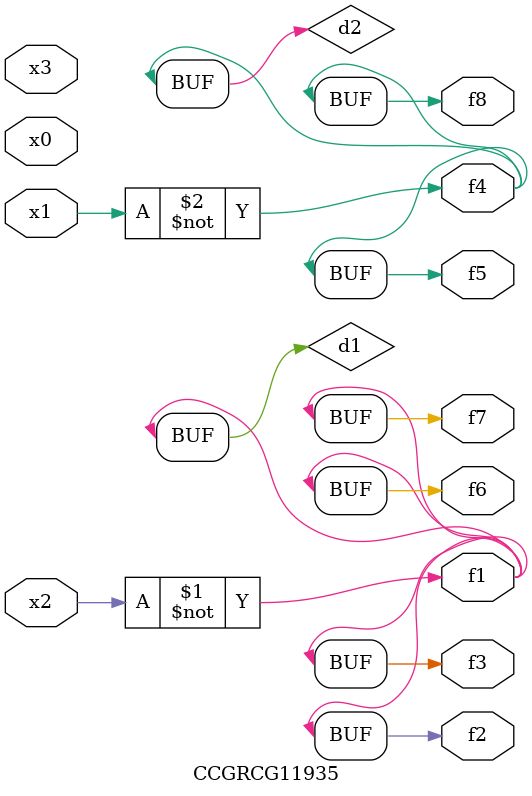
<source format=v>
module CCGRCG11935(
	input x0, x1, x2, x3,
	output f1, f2, f3, f4, f5, f6, f7, f8
);

	wire d1, d2;

	xnor (d1, x2);
	not (d2, x1);
	assign f1 = d1;
	assign f2 = d1;
	assign f3 = d1;
	assign f4 = d2;
	assign f5 = d2;
	assign f6 = d1;
	assign f7 = d1;
	assign f8 = d2;
endmodule

</source>
